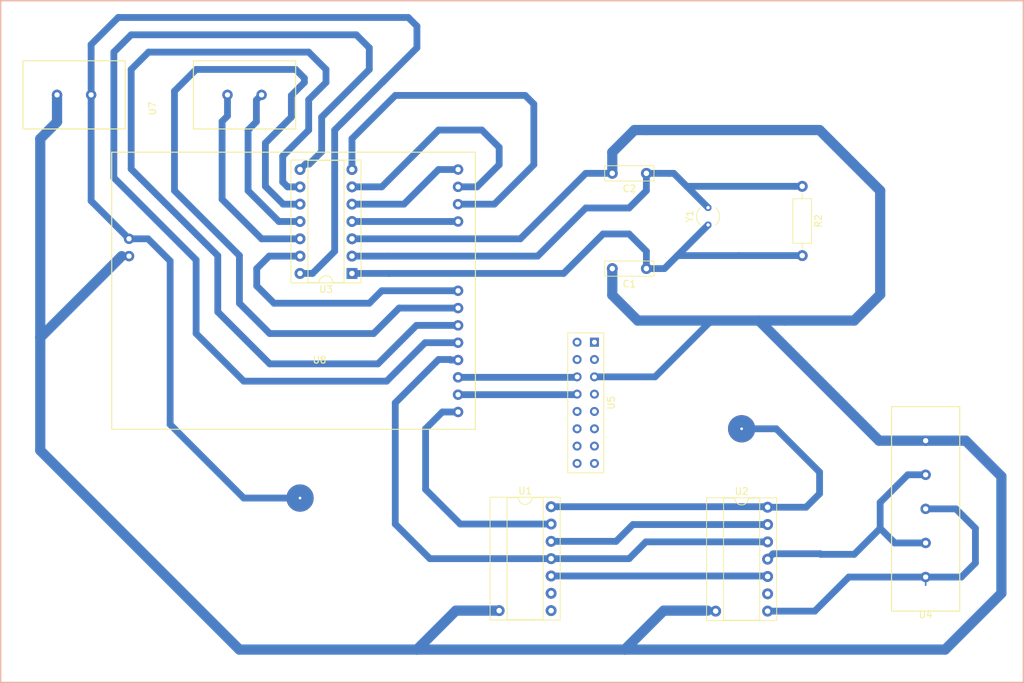
<source format=kicad_pcb>
(kicad_pcb (version 20171130) (host pcbnew "(5.0.0)")

  (general
    (thickness 1.6)
    (drawings 4)
    (tracks 226)
    (zones 0)
    (modules 11)
    (nets 23)
  )

  (page A4)
  (layers
    (0 F.Cu signal)
    (31 B.Cu signal)
    (32 B.Adhes user)
    (33 F.Adhes user)
    (34 B.Paste user)
    (35 F.Paste user)
    (36 B.SilkS user)
    (37 F.SilkS user)
    (38 B.Mask user)
    (39 F.Mask user)
    (40 Dwgs.User user)
    (41 Cmts.User user)
    (42 Eco1.User user)
    (43 Eco2.User user)
    (44 Edge.Cuts user)
    (45 Margin user)
    (46 B.CrtYd user)
    (47 F.CrtYd user)
    (48 B.Fab user)
    (49 F.Fab user)
  )

  (setup
    (last_trace_width 1)
    (trace_clearance 0.2)
    (zone_clearance 0.508)
    (zone_45_only no)
    (trace_min 0.2)
    (segment_width 0.2)
    (edge_width 0.15)
    (via_size 0.8)
    (via_drill 0.4)
    (via_min_size 0.4)
    (via_min_drill 0.3)
    (uvia_size 0.3)
    (uvia_drill 0.1)
    (uvias_allowed no)
    (uvia_min_size 0.2)
    (uvia_min_drill 0.1)
    (pcb_text_width 0.3)
    (pcb_text_size 1.5 1.5)
    (mod_edge_width 0.15)
    (mod_text_size 1 1)
    (mod_text_width 0.15)
    (pad_size 1.524 1.524)
    (pad_drill 0.762)
    (pad_to_mask_clearance 0.2)
    (aux_axis_origin 0 0)
    (visible_elements 7FFFFFFF)
    (pcbplotparams
      (layerselection 0x010fc_ffffffff)
      (usegerberextensions false)
      (usegerberattributes false)
      (usegerberadvancedattributes false)
      (creategerberjobfile false)
      (excludeedgelayer true)
      (linewidth 0.100000)
      (plotframeref false)
      (viasonmask false)
      (mode 1)
      (useauxorigin false)
      (hpglpennumber 1)
      (hpglpenspeed 20)
      (hpglpendiameter 15.000000)
      (psnegative false)
      (psa4output false)
      (plotreference true)
      (plotvalue true)
      (plotinvisibletext false)
      (padsonsilk false)
      (subtractmaskfromsilk false)
      (outputformat 1)
      (mirror false)
      (drillshape 0)
      (scaleselection 1)
      (outputdirectory "plots/"))
  )

  (net 0 "")
  (net 1 "Net-(U2-Pad8)")
  (net 2 GND)
  (net 3 /INDEX_1)
  (net 4 /A_J1)
  (net 5 /+5V)
  (net 6 /B_J1)
  (net 7 /SCK)
  (net 8 /MISO)
  (net 9 /MOSI)
  (net 10 /SS)
  (net 11 /ENABLE)
  (net 12 /ELB2)
  (net 13 /ELB1)
  (net 14 /EN_1)
  (net 15 /MOTOR)
  (net 16 /DFLAG_1)
  (net 17 /LFLAG_1)
  (net 18 "Net-(C2-Pad1)")
  (net 19 "Net-(C1-Pad1)")
  (net 20 "Net-(U1-Pad12)")
  (net 21 "Net-(U2-Pad11)")
  (net 22 "Net-(U1-Pad10)")

  (net_class Default "This is the default net class."
    (clearance 0.2)
    (trace_width 1)
    (via_dia 0.8)
    (via_drill 0.4)
    (uvia_dia 0.3)
    (uvia_drill 0.1)
    (add_net /+5V)
    (add_net /A_J1)
    (add_net /B_J1)
    (add_net /DFLAG_1)
    (add_net /ELB1)
    (add_net /ELB2)
    (add_net /ENABLE)
    (add_net /EN_1)
    (add_net /INDEX_1)
    (add_net /LFLAG_1)
    (add_net /MISO)
    (add_net /MOSI)
    (add_net /MOTOR)
    (add_net /SCK)
    (add_net /SS)
    (add_net GND)
    (add_net "Net-(C1-Pad1)")
    (add_net "Net-(C2-Pad1)")
    (add_net "Net-(U1-Pad10)")
    (add_net "Net-(U1-Pad12)")
    (add_net "Net-(U2-Pad11)")
    (add_net "Net-(U2-Pad8)")
  )

  (module Resistor_THT:R_Axial_DIN0207_L6.3mm_D2.5mm_P10.16mm_Horizontal (layer F.Cu) (tedit 5AE5139B) (tstamp 5C11DF3D)
    (at 202.565 62.23 270)
    (descr "Resistor, Axial_DIN0207 series, Axial, Horizontal, pin pitch=10.16mm, 0.25W = 1/4W, length*diameter=6.3*2.5mm^2, http://cdn-reichelt.de/documents/datenblatt/B400/1_4W%23YAG.pdf")
    (tags "Resistor Axial_DIN0207 series Axial Horizontal pin pitch 10.16mm 0.25W = 1/4W length 6.3mm diameter 2.5mm")
    (path /5BC026B2)
    (fp_text reference R2 (at 5.08 -2.37 270) (layer F.SilkS)
      (effects (font (size 1 1) (thickness 0.15)))
    )
    (fp_text value 1M (at 5.08 2.37 270) (layer F.Fab)
      (effects (font (size 1 1) (thickness 0.15)))
    )
    (fp_line (start 1.93 -1.25) (end 1.93 1.25) (layer F.Fab) (width 0.1))
    (fp_line (start 1.93 1.25) (end 8.23 1.25) (layer F.Fab) (width 0.1))
    (fp_line (start 8.23 1.25) (end 8.23 -1.25) (layer F.Fab) (width 0.1))
    (fp_line (start 8.23 -1.25) (end 1.93 -1.25) (layer F.Fab) (width 0.1))
    (fp_line (start 0 0) (end 1.93 0) (layer F.Fab) (width 0.1))
    (fp_line (start 10.16 0) (end 8.23 0) (layer F.Fab) (width 0.1))
    (fp_line (start 1.81 -1.37) (end 1.81 1.37) (layer F.SilkS) (width 0.12))
    (fp_line (start 1.81 1.37) (end 8.35 1.37) (layer F.SilkS) (width 0.12))
    (fp_line (start 8.35 1.37) (end 8.35 -1.37) (layer F.SilkS) (width 0.12))
    (fp_line (start 8.35 -1.37) (end 1.81 -1.37) (layer F.SilkS) (width 0.12))
    (fp_line (start 1.04 0) (end 1.81 0) (layer F.SilkS) (width 0.12))
    (fp_line (start 9.12 0) (end 8.35 0) (layer F.SilkS) (width 0.12))
    (fp_line (start -1.05 -1.5) (end -1.05 1.5) (layer F.CrtYd) (width 0.05))
    (fp_line (start -1.05 1.5) (end 11.21 1.5) (layer F.CrtYd) (width 0.05))
    (fp_line (start 11.21 1.5) (end 11.21 -1.5) (layer F.CrtYd) (width 0.05))
    (fp_line (start 11.21 -1.5) (end -1.05 -1.5) (layer F.CrtYd) (width 0.05))
    (fp_text user %R (at 5.08 0 270) (layer F.Fab)
      (effects (font (size 1 1) (thickness 0.15)))
    )
    (pad 1 thru_hole circle (at 0 0 270) (size 1.6 1.6) (drill 0.8) (layers *.Cu *.Mask)
      (net 18 "Net-(C2-Pad1)"))
    (pad 2 thru_hole oval (at 10.16 0 270) (size 1.6 1.6) (drill 0.8) (layers *.Cu *.Mask)
      (net 19 "Net-(C1-Pad1)"))
    (model ${KISYS3DMOD}/Resistor_THT.3dshapes/R_Axial_DIN0207_L6.3mm_D2.5mm_P10.16mm_Horizontal.wrl
      (at (xyz 0 0 0))
      (scale (xyz 1 1 1))
      (rotate (xyz 0 0 0))
    )
  )

  (module Capacitor_THT:C_Rect_L7.0mm_W2.0mm_P5.00mm (layer F.Cu) (tedit 5AE50EF0) (tstamp 5C11CF9A)
    (at 179.705 60.325 180)
    (descr "C, Rect series, Radial, pin pitch=5.00mm, , length*width=7*2mm^2, Capacitor")
    (tags "C Rect series Radial pin pitch 5.00mm  length 7mm width 2mm Capacitor")
    (path /5BC196FF)
    (fp_text reference C2 (at 2.5 -2.25 180) (layer F.SilkS)
      (effects (font (size 1 1) (thickness 0.15)))
    )
    (fp_text value 22pF (at 2.5 2.25 180) (layer F.Fab)
      (effects (font (size 1 1) (thickness 0.15)))
    )
    (fp_text user %R (at 2.5 0 180) (layer F.Fab)
      (effects (font (size 1 1) (thickness 0.15)))
    )
    (fp_line (start 6.25 -1.25) (end -1.25 -1.25) (layer F.CrtYd) (width 0.05))
    (fp_line (start 6.25 1.25) (end 6.25 -1.25) (layer F.CrtYd) (width 0.05))
    (fp_line (start -1.25 1.25) (end 6.25 1.25) (layer F.CrtYd) (width 0.05))
    (fp_line (start -1.25 -1.25) (end -1.25 1.25) (layer F.CrtYd) (width 0.05))
    (fp_line (start 6.12 -1.12) (end 6.12 1.12) (layer F.SilkS) (width 0.12))
    (fp_line (start -1.12 -1.12) (end -1.12 1.12) (layer F.SilkS) (width 0.12))
    (fp_line (start -1.12 1.12) (end 6.12 1.12) (layer F.SilkS) (width 0.12))
    (fp_line (start -1.12 -1.12) (end 6.12 -1.12) (layer F.SilkS) (width 0.12))
    (fp_line (start 6 -1) (end -1 -1) (layer F.Fab) (width 0.1))
    (fp_line (start 6 1) (end 6 -1) (layer F.Fab) (width 0.1))
    (fp_line (start -1 1) (end 6 1) (layer F.Fab) (width 0.1))
    (fp_line (start -1 -1) (end -1 1) (layer F.Fab) (width 0.1))
    (pad 2 thru_hole circle (at 5 0 180) (size 1.6 1.6) (drill 0.8) (layers *.Cu *.Mask)
      (net 2 GND))
    (pad 1 thru_hole circle (at 0 0 180) (size 1.6 1.6) (drill 0.8) (layers *.Cu *.Mask)
      (net 18 "Net-(C2-Pad1)"))
    (model ${KISYS3DMOD}/Capacitor_THT.3dshapes/C_Rect_L7.0mm_W2.0mm_P5.00mm.wrl
      (at (xyz 0 0 0))
      (scale (xyz 1 1 1))
      (rotate (xyz 0 0 0))
    )
  )

  (module Capacitor_THT:C_Rect_L7.0mm_W2.0mm_P5.00mm (layer F.Cu) (tedit 5AE50EF0) (tstamp 5C11CF88)
    (at 179.705 74.295 180)
    (descr "C, Rect series, Radial, pin pitch=5.00mm, , length*width=7*2mm^2, Capacitor")
    (tags "C Rect series Radial pin pitch 5.00mm  length 7mm width 2mm Capacitor")
    (path /5BC13B83)
    (fp_text reference C1 (at 2.5 -2.25 180) (layer F.SilkS)
      (effects (font (size 1 1) (thickness 0.15)))
    )
    (fp_text value 22pF (at 2.5 2.25 180) (layer F.Fab)
      (effects (font (size 1 1) (thickness 0.15)))
    )
    (fp_line (start -1 -1) (end -1 1) (layer F.Fab) (width 0.1))
    (fp_line (start -1 1) (end 6 1) (layer F.Fab) (width 0.1))
    (fp_line (start 6 1) (end 6 -1) (layer F.Fab) (width 0.1))
    (fp_line (start 6 -1) (end -1 -1) (layer F.Fab) (width 0.1))
    (fp_line (start -1.12 -1.12) (end 6.12 -1.12) (layer F.SilkS) (width 0.12))
    (fp_line (start -1.12 1.12) (end 6.12 1.12) (layer F.SilkS) (width 0.12))
    (fp_line (start -1.12 -1.12) (end -1.12 1.12) (layer F.SilkS) (width 0.12))
    (fp_line (start 6.12 -1.12) (end 6.12 1.12) (layer F.SilkS) (width 0.12))
    (fp_line (start -1.25 -1.25) (end -1.25 1.25) (layer F.CrtYd) (width 0.05))
    (fp_line (start -1.25 1.25) (end 6.25 1.25) (layer F.CrtYd) (width 0.05))
    (fp_line (start 6.25 1.25) (end 6.25 -1.25) (layer F.CrtYd) (width 0.05))
    (fp_line (start 6.25 -1.25) (end -1.25 -1.25) (layer F.CrtYd) (width 0.05))
    (fp_text user %R (at 2.5 0 180) (layer F.Fab)
      (effects (font (size 1 1) (thickness 0.15)))
    )
    (pad 1 thru_hole circle (at 0 0 180) (size 1.6 1.6) (drill 0.8) (layers *.Cu *.Mask)
      (net 19 "Net-(C1-Pad1)"))
    (pad 2 thru_hole circle (at 5 0 180) (size 1.6 1.6) (drill 0.8) (layers *.Cu *.Mask)
      (net 2 GND))
    (model ${KISYS3DMOD}/Capacitor_THT.3dshapes/C_Rect_L7.0mm_W2.0mm_P5.00mm.wrl
      (at (xyz 0 0 0))
      (scale (xyz 1 1 1))
      (rotate (xyz 0 0 0))
    )
  )

  (module Crystal:Crystal_AT310_D3.0mm_L10.0mm_Vertical (layer F.Cu) (tedit 5A0FD1B2) (tstamp 5C11CF3A)
    (at 188.755 67.895 90)
    (descr "Crystal THT AT310 10.0mm-10.5mm length 3.0mm diameter")
    (tags ['AT310'])
    (path /5BC00BEE)
    (fp_text reference Y1 (at 1.27 -2.7 90) (layer F.SilkS)
      (effects (font (size 1 1) (thickness 0.15)))
    )
    (fp_text value 30MHz (at 1.27 2.7 90) (layer F.Fab)
      (effects (font (size 1 1) (thickness 0.15)))
    )
    (fp_text user %R (at 1.27 0 90) (layer F.Fab)
      (effects (font (size 0.8 0.8) (thickness 0.12)))
    )
    (fp_circle (center 1.27 0) (end 2.77 0) (layer F.Fab) (width 0.1))
    (fp_circle (center 1.27 0) (end 3.29 0) (layer F.CrtYd) (width 0.05))
    (fp_arc (start 1.27 0) (end 0 -1.130088) (angle 96.7) (layer F.SilkS) (width 0.12))
    (fp_arc (start 1.27 0) (end 0 1.130088) (angle -96.7) (layer F.SilkS) (width 0.12))
    (pad 1 thru_hole circle (at 0 0 90) (size 1 1) (drill 0.5) (layers *.Cu *.Mask)
      (net 19 "Net-(C1-Pad1)"))
    (pad 2 thru_hole circle (at 2.54 0 90) (size 1 1) (drill 0.5) (layers *.Cu *.Mask)
      (net 18 "Net-(C2-Pad1)"))
    (model ${KISYS3DMOD}/Crystal.3dshapes/Crystal_AT310_D3.0mm_L10.0mm_Vertical.wrl
      (at (xyz 0 0 0))
      (scale (xyz 1 1 1))
      (rotate (xyz 0 0 0))
    )
  )

  (module lib_footprint:DIP-14_W7.62mm_Socket (layer F.Cu) (tedit 5C0FFCB2) (tstamp 5C115E74)
    (at 158.115 109.22)
    (descr "14-lead though-hole mounted DIP package, row spacing 7.62 mm (300 mils), Socket")
    (tags "THT DIP DIL PDIP 2.54mm 7.62mm 300mil Socket")
    (path /5C0D6561)
    (fp_text reference U1 (at 3.81 -2.33) (layer F.SilkS)
      (effects (font (size 1 1) (thickness 0.15)))
    )
    (fp_text value 74LS04 (at 3.81 17.57) (layer F.Fab)
      (effects (font (size 1 1) (thickness 0.15)))
    )
    (fp_arc (start 3.81 -1.33) (end 2.81 -1.33) (angle -180) (layer F.SilkS) (width 0.12))
    (fp_line (start 1.635 -1.27) (end 6.985 -1.27) (layer F.Fab) (width 0.1))
    (fp_line (start 6.985 -1.27) (end 6.985 16.51) (layer F.Fab) (width 0.1))
    (fp_line (start 6.985 16.51) (end 0.635 16.51) (layer F.Fab) (width 0.1))
    (fp_line (start 0.635 16.51) (end 0.635 -0.27) (layer F.Fab) (width 0.1))
    (fp_line (start 0.635 -0.27) (end 1.635 -1.27) (layer F.Fab) (width 0.1))
    (fp_line (start -1.27 -1.33) (end -1.27 16.57) (layer F.Fab) (width 0.1))
    (fp_line (start -1.27 16.57) (end 8.89 16.57) (layer F.Fab) (width 0.1))
    (fp_line (start 8.89 16.57) (end 8.89 -1.33) (layer F.Fab) (width 0.1))
    (fp_line (start 8.89 -1.33) (end -1.27 -1.33) (layer F.Fab) (width 0.1))
    (fp_line (start 2.81 -1.33) (end 1.16 -1.33) (layer F.SilkS) (width 0.12))
    (fp_line (start 1.16 -1.33) (end 1.16 16.57) (layer F.SilkS) (width 0.12))
    (fp_line (start 1.16 16.57) (end 6.46 16.57) (layer F.SilkS) (width 0.12))
    (fp_line (start 6.46 16.57) (end 6.46 -1.33) (layer F.SilkS) (width 0.12))
    (fp_line (start 6.46 -1.33) (end 4.81 -1.33) (layer F.SilkS) (width 0.12))
    (fp_line (start -1.33 -1.39) (end -1.33 16.63) (layer F.SilkS) (width 0.12))
    (fp_line (start -1.33 16.63) (end 8.95 16.63) (layer F.SilkS) (width 0.12))
    (fp_line (start 8.95 16.63) (end 8.95 -1.39) (layer F.SilkS) (width 0.12))
    (fp_line (start 8.95 -1.39) (end -1.33 -1.39) (layer F.SilkS) (width 0.12))
    (fp_line (start -1.55 -1.6) (end -1.55 16.85) (layer F.CrtYd) (width 0.05))
    (fp_line (start -1.55 16.85) (end 9.15 16.85) (layer F.CrtYd) (width 0.05))
    (fp_line (start 9.15 16.85) (end 9.15 -1.6) (layer F.CrtYd) (width 0.05))
    (fp_line (start 9.15 -1.6) (end -1.55 -1.6) (layer F.CrtYd) (width 0.05))
    (fp_text user %R (at 3.81 7.62) (layer F.Fab)
      (effects (font (size 1 1) (thickness 0.15)))
    )
    (pad 8 thru_hole oval (at 7.62 15.24) (size 1.6 1.6) (drill 0.8) (layers *.Cu *.Mask))
    (pad 9 thru_hole oval (at 7.62 12.7) (size 1.6 1.6) (drill 0.8) (layers *.Cu *.Mask))
    (pad 10 thru_hole oval (at 7.62 10.16) (size 1.6 1.6) (drill 0.8) (layers *.Cu *.Mask)
      (net 22 "Net-(U1-Pad10)"))
    (pad 11 thru_hole oval (at 7.62 7.62) (size 1.6 1.6) (drill 0.8) (layers *.Cu *.Mask)
      (net 15 /MOTOR))
    (pad 12 thru_hole oval (at 7.62 5.08) (size 1.6 1.6) (drill 0.8) (layers *.Cu *.Mask)
      (net 20 "Net-(U1-Pad12)"))
    (pad 13 thru_hole oval (at 7.62 2.54) (size 1.6 1.6) (drill 0.8) (layers *.Cu *.Mask)
      (net 11 /ENABLE))
    (pad 7 thru_hole oval (at 0 15.24) (size 1.6 1.6) (drill 0.8) (layers *.Cu *.Mask)
      (net 2 GND))
    (pad 14 thru_hole oval (at 7.62 0) (size 1.6 1.6) (drill 0.8) (layers *.Cu *.Mask)
      (net 5 /+5V))
    (model ${KISYS3DMOD}/Package_DIP.3dshapes/DIP-14_W7.62mm_Socket.wrl
      (at (xyz 0 0 0))
      (scale (xyz 1 1 1))
      (rotate (xyz 0 0 0))
    )
  )

  (module lib_footprint:galileo (layer F.Cu) (tedit 5C0D6A86) (tstamp 5C115BD8)
    (at 149.545 97.865)
    (path /5C1E0A89)
    (fp_text reference U8 (at -17.78 -10.16) (layer F.SilkS)
      (effects (font (size 1 1) (thickness 0.15)))
    )
    (fp_text value GalileoGen2Shield (at -17.78 -12.7) (layer F.Fab)
      (effects (font (size 1 1) (thickness 0.15)))
    )
    (fp_line (start 5.08 0) (end 5.08 -40.64) (layer F.SilkS) (width 0.15))
    (fp_line (start -48.26 0) (end 5.08 0) (layer F.SilkS) (width 0.15))
    (fp_line (start -48.26 -40.64) (end -48.26 0) (layer F.SilkS) (width 0.15))
    (fp_line (start 5.08 -40.64) (end -48.26 -40.64) (layer F.SilkS) (width 0.15))
    (pad 28 thru_hole circle (at -45.72 -27.94) (size 1.524 1.524) (drill 0.762) (layers *.Cu *.Mask)
      (net 5 /+5V))
    (pad 27 thru_hole circle (at -45.72 -25.4) (size 1.524 1.524) (drill 0.762) (layers *.Cu *.Mask)
      (net 2 GND))
    (pad 14 thru_hole circle (at 2.54 -38.1) (size 1.524 1.524) (drill 0.762) (layers *.Cu *.Mask)
      (net 7 /SCK))
    (pad 13 thru_hole circle (at 2.54 -35.56) (size 1.524 1.524) (drill 0.762) (layers *.Cu *.Mask)
      (net 8 /MISO))
    (pad 12 thru_hole circle (at 2.54 -33.02) (size 1.524 1.524) (drill 0.762) (layers *.Cu *.Mask)
      (net 9 /MOSI))
    (pad 11 thru_hole circle (at 2.54 -30.48) (size 1.524 1.524) (drill 0.762) (layers *.Cu *.Mask)
      (net 10 /SS))
    (pad 8 thru_hole circle (at 2.54 -20.32) (size 1.524 1.524) (drill 0.762) (layers *.Cu *.Mask)
      (net 14 /EN_1))
    (pad 7 thru_hole circle (at 2.54 -17.78) (size 1.524 1.524) (drill 0.762) (layers *.Cu *.Mask)
      (net 3 /INDEX_1))
    (pad 6 thru_hole circle (at 2.54 -15.24) (size 1.524 1.524) (drill 0.762) (layers *.Cu *.Mask)
      (net 16 /DFLAG_1))
    (pad 5 thru_hole circle (at 2.54 -12.7) (size 1.524 1.524) (drill 0.762) (layers *.Cu *.Mask)
      (net 17 /LFLAG_1))
    (pad 4 thru_hole circle (at 2.54 -10.16) (size 1.524 1.524) (drill 0.762) (layers *.Cu *.Mask)
      (net 15 /MOTOR))
    (pad 3 thru_hole circle (at 2.54 -7.62) (size 1.524 1.524) (drill 0.762) (layers *.Cu *.Mask)
      (net 13 /ELB1))
    (pad 2 thru_hole circle (at 2.54 -5.08) (size 1.524 1.524) (drill 0.762) (layers *.Cu *.Mask)
      (net 12 /ELB2))
    (pad 1 thru_hole circle (at 2.54 -2.54) (size 1.524 1.524) (drill 0.762) (layers *.Cu *.Mask)
      (net 11 /ENABLE))
  )

  (module Package_DIP:DIP-14_W7.62mm_Socket (layer F.Cu) (tedit 5A02E8C5) (tstamp 5C115C2B)
    (at 136.525 75.005 180)
    (descr "14-lead though-hole mounted DIP package, row spacing 7.62 mm (300 mils), Socket")
    (tags "THT DIP DIL PDIP 2.54mm 7.62mm 300mil Socket")
    (path /5BE9471B)
    (fp_text reference U3 (at 3.81 -2.33 180) (layer F.SilkS)
      (effects (font (size 1 1) (thickness 0.15)))
    )
    (fp_text value LS7366R (at 3.81 17.57 180) (layer F.Fab)
      (effects (font (size 1 1) (thickness 0.15)))
    )
    (fp_arc (start 3.81 -1.33) (end 2.81 -1.33) (angle -180) (layer F.SilkS) (width 0.12))
    (fp_line (start 1.635 -1.27) (end 6.985 -1.27) (layer F.Fab) (width 0.1))
    (fp_line (start 6.985 -1.27) (end 6.985 16.51) (layer F.Fab) (width 0.1))
    (fp_line (start 6.985 16.51) (end 0.635 16.51) (layer F.Fab) (width 0.1))
    (fp_line (start 0.635 16.51) (end 0.635 -0.27) (layer F.Fab) (width 0.1))
    (fp_line (start 0.635 -0.27) (end 1.635 -1.27) (layer F.Fab) (width 0.1))
    (fp_line (start -1.27 -1.33) (end -1.27 16.57) (layer F.Fab) (width 0.1))
    (fp_line (start -1.27 16.57) (end 8.89 16.57) (layer F.Fab) (width 0.1))
    (fp_line (start 8.89 16.57) (end 8.89 -1.33) (layer F.Fab) (width 0.1))
    (fp_line (start 8.89 -1.33) (end -1.27 -1.33) (layer F.Fab) (width 0.1))
    (fp_line (start 2.81 -1.33) (end 1.16 -1.33) (layer F.SilkS) (width 0.12))
    (fp_line (start 1.16 -1.33) (end 1.16 16.57) (layer F.SilkS) (width 0.12))
    (fp_line (start 1.16 16.57) (end 6.46 16.57) (layer F.SilkS) (width 0.12))
    (fp_line (start 6.46 16.57) (end 6.46 -1.33) (layer F.SilkS) (width 0.12))
    (fp_line (start 6.46 -1.33) (end 4.81 -1.33) (layer F.SilkS) (width 0.12))
    (fp_line (start -1.33 -1.39) (end -1.33 16.63) (layer F.SilkS) (width 0.12))
    (fp_line (start -1.33 16.63) (end 8.95 16.63) (layer F.SilkS) (width 0.12))
    (fp_line (start 8.95 16.63) (end 8.95 -1.39) (layer F.SilkS) (width 0.12))
    (fp_line (start 8.95 -1.39) (end -1.33 -1.39) (layer F.SilkS) (width 0.12))
    (fp_line (start -1.55 -1.6) (end -1.55 16.85) (layer F.CrtYd) (width 0.05))
    (fp_line (start -1.55 16.85) (end 9.15 16.85) (layer F.CrtYd) (width 0.05))
    (fp_line (start 9.15 16.85) (end 9.15 -1.6) (layer F.CrtYd) (width 0.05))
    (fp_line (start 9.15 -1.6) (end -1.55 -1.6) (layer F.CrtYd) (width 0.05))
    (fp_text user %R (at 3.81 7.62 180) (layer F.Fab)
      (effects (font (size 1 1) (thickness 0.15)))
    )
    (pad 1 thru_hole rect (at 0 0 180) (size 1.6 1.6) (drill 0.8) (layers *.Cu *.Mask)
      (net 19 "Net-(C1-Pad1)"))
    (pad 8 thru_hole oval (at 7.62 15.24 180) (size 1.6 1.6) (drill 0.8) (layers *.Cu *.Mask)
      (net 17 /LFLAG_1))
    (pad 2 thru_hole oval (at 0 2.54 180) (size 1.6 1.6) (drill 0.8) (layers *.Cu *.Mask)
      (net 18 "Net-(C2-Pad1)"))
    (pad 9 thru_hole oval (at 7.62 12.7 180) (size 1.6 1.6) (drill 0.8) (layers *.Cu *.Mask)
      (net 16 /DFLAG_1))
    (pad 3 thru_hole oval (at 0 5.08 180) (size 1.6 1.6) (drill 0.8) (layers *.Cu *.Mask)
      (net 2 GND))
    (pad 10 thru_hole oval (at 7.62 10.16 180) (size 1.6 1.6) (drill 0.8) (layers *.Cu *.Mask)
      (net 3 /INDEX_1))
    (pad 4 thru_hole oval (at 0 7.62 180) (size 1.6 1.6) (drill 0.8) (layers *.Cu *.Mask)
      (net 10 /SS))
    (pad 11 thru_hole oval (at 7.62 7.62 180) (size 1.6 1.6) (drill 0.8) (layers *.Cu *.Mask)
      (net 6 /B_J1))
    (pad 5 thru_hole oval (at 0 10.16 180) (size 1.6 1.6) (drill 0.8) (layers *.Cu *.Mask)
      (net 7 /SCK))
    (pad 12 thru_hole oval (at 7.62 5.08 180) (size 1.6 1.6) (drill 0.8) (layers *.Cu *.Mask)
      (net 4 /A_J1))
    (pad 6 thru_hole oval (at 0 12.7 180) (size 1.6 1.6) (drill 0.8) (layers *.Cu *.Mask)
      (net 8 /MISO))
    (pad 13 thru_hole oval (at 7.62 2.54 180) (size 1.6 1.6) (drill 0.8) (layers *.Cu *.Mask)
      (net 14 /EN_1))
    (pad 7 thru_hole oval (at 0 15.24 180) (size 1.6 1.6) (drill 0.8) (layers *.Cu *.Mask)
      (net 9 /MOSI))
    (pad 14 thru_hole oval (at 7.62 0 180) (size 1.6 1.6) (drill 0.8) (layers *.Cu *.Mask)
      (net 5 /+5V))
    (model ${KISYS3DMOD}/Package_DIP.3dshapes/DIP-14_W7.62mm_Socket.wrl
      (at (xyz 0 0 0))
      (scale (xyz 1 1 1))
      (rotate (xyz 0 0 0))
    )
  )

  (module lib_footprint:krex4 (layer F.Cu) (tedit 5C1003C6) (tstamp 5C115ECA)
    (at 88.265 43.815 270)
    (path /5BE9941A)
    (fp_text reference U7 (at 7 -19 270) (layer F.SilkS)
      (effects (font (size 1 1) (thickness 0.15)))
    )
    (fp_text value MotorEncoder (at 7 -22 270) (layer F.Fab)
      (effects (font (size 1 1) (thickness 0.15)))
    )
    (fp_line (start 10 0) (end 0 0) (layer F.SilkS) (width 0.15))
    (fp_line (start 0 0) (end 0 -15) (layer F.SilkS) (width 0.15))
    (fp_line (start 0 -15) (end 10 -15) (layer F.SilkS) (width 0.15))
    (fp_line (start 10 -15) (end 10 0) (layer F.SilkS) (width 0.15))
    (fp_line (start 10 0) (end 10 -15) (layer F.SilkS) (width 0.15))
    (fp_line (start 0 -25) (end 10 -25) (layer F.SilkS) (width 0.15))
    (fp_line (start 10 -25) (end 10 -40) (layer F.SilkS) (width 0.15))
    (fp_line (start 10 -40) (end 0 -40) (layer F.SilkS) (width 0.15))
    (fp_line (start 0 -40) (end 0 -25) (layer F.SilkS) (width 0.15))
    (pad 1 thru_hole circle (at 5 -5 270) (size 1.524 1.524) (drill 0.762) (layers *.Cu *.Mask)
      (net 2 GND))
    (pad 2 thru_hole circle (at 5 -10 270) (size 1.524 1.524) (drill 0.762) (layers *.Cu *.Mask)
      (net 5 /+5V))
    (pad 3 thru_hole circle (at 5 -30 270) (size 1.524 1.524) (drill 0.762) (layers *.Cu *.Mask)
      (net 4 /A_J1))
    (pad 4 thru_hole circle (at 5 -35 270) (size 1.524 1.524) (drill 0.762) (layers *.Cu *.Mask)
      (net 6 /B_J1))
  )

  (module lib_footprint:DIP-14_W7.62mm_Socket (layer F.Cu) (tedit 5C0FFCB2) (tstamp 5C115F25)
    (at 189.865 109.295)
    (descr "14-lead though-hole mounted DIP package, row spacing 7.62 mm (300 mils), Socket")
    (tags "THT DIP DIL PDIP 2.54mm 7.62mm 300mil Socket")
    (path /5C0D631F)
    (fp_text reference U2 (at 3.81 -2.33) (layer F.SilkS)
      (effects (font (size 1 1) (thickness 0.15)))
    )
    (fp_text value 74LS08 (at 3.81 17.57) (layer F.Fab)
      (effects (font (size 1 1) (thickness 0.15)))
    )
    (fp_arc (start 3.81 -1.33) (end 2.81 -1.33) (angle -180) (layer F.SilkS) (width 0.12))
    (fp_line (start 1.635 -1.27) (end 6.985 -1.27) (layer F.Fab) (width 0.1))
    (fp_line (start 6.985 -1.27) (end 6.985 16.51) (layer F.Fab) (width 0.1))
    (fp_line (start 6.985 16.51) (end 0.635 16.51) (layer F.Fab) (width 0.1))
    (fp_line (start 0.635 16.51) (end 0.635 -0.27) (layer F.Fab) (width 0.1))
    (fp_line (start 0.635 -0.27) (end 1.635 -1.27) (layer F.Fab) (width 0.1))
    (fp_line (start -1.27 -1.33) (end -1.27 16.57) (layer F.Fab) (width 0.1))
    (fp_line (start -1.27 16.57) (end 8.89 16.57) (layer F.Fab) (width 0.1))
    (fp_line (start 8.89 16.57) (end 8.89 -1.33) (layer F.Fab) (width 0.1))
    (fp_line (start 8.89 -1.33) (end -1.27 -1.33) (layer F.Fab) (width 0.1))
    (fp_line (start 2.81 -1.33) (end 1.16 -1.33) (layer F.SilkS) (width 0.12))
    (fp_line (start 1.16 -1.33) (end 1.16 16.57) (layer F.SilkS) (width 0.12))
    (fp_line (start 1.16 16.57) (end 6.46 16.57) (layer F.SilkS) (width 0.12))
    (fp_line (start 6.46 16.57) (end 6.46 -1.33) (layer F.SilkS) (width 0.12))
    (fp_line (start 6.46 -1.33) (end 4.81 -1.33) (layer F.SilkS) (width 0.12))
    (fp_line (start -1.33 -1.39) (end -1.33 16.63) (layer F.SilkS) (width 0.12))
    (fp_line (start -1.33 16.63) (end 8.95 16.63) (layer F.SilkS) (width 0.12))
    (fp_line (start 8.95 16.63) (end 8.95 -1.39) (layer F.SilkS) (width 0.12))
    (fp_line (start 8.95 -1.39) (end -1.33 -1.39) (layer F.SilkS) (width 0.12))
    (fp_line (start -1.55 -1.6) (end -1.55 16.85) (layer F.CrtYd) (width 0.05))
    (fp_line (start -1.55 16.85) (end 9.15 16.85) (layer F.CrtYd) (width 0.05))
    (fp_line (start 9.15 16.85) (end 9.15 -1.6) (layer F.CrtYd) (width 0.05))
    (fp_line (start 9.15 -1.6) (end -1.55 -1.6) (layer F.CrtYd) (width 0.05))
    (fp_text user %R (at 3.81 7.62) (layer F.Fab)
      (effects (font (size 1 1) (thickness 0.15)))
    )
    (pad 8 thru_hole oval (at 7.62 15.24) (size 1.6 1.6) (drill 0.8) (layers *.Cu *.Mask)
      (net 1 "Net-(U2-Pad8)"))
    (pad 9 thru_hole oval (at 7.62 12.7) (size 1.6 1.6) (drill 0.8) (layers *.Cu *.Mask)
      (net 20 "Net-(U1-Pad12)"))
    (pad 10 thru_hole oval (at 7.62 10.16) (size 1.6 1.6) (drill 0.8) (layers *.Cu *.Mask)
      (net 22 "Net-(U1-Pad10)"))
    (pad 11 thru_hole oval (at 7.62 7.62) (size 1.6 1.6) (drill 0.8) (layers *.Cu *.Mask)
      (net 21 "Net-(U2-Pad11)"))
    (pad 12 thru_hole oval (at 7.62 5.08) (size 1.6 1.6) (drill 0.8) (layers *.Cu *.Mask)
      (net 15 /MOTOR))
    (pad 13 thru_hole oval (at 7.62 2.54) (size 1.6 1.6) (drill 0.8) (layers *.Cu *.Mask)
      (net 20 "Net-(U1-Pad12)"))
    (pad 7 thru_hole oval (at 0 15.24) (size 1.6 1.6) (drill 0.8) (layers *.Cu *.Mask)
      (net 2 GND))
    (pad 14 thru_hole oval (at 7.62 0) (size 1.6 1.6) (drill 0.8) (layers *.Cu *.Mask)
      (net 5 /+5V))
    (model ${KISYS3DMOD}/Package_DIP.3dshapes/DIP-14_W7.62mm_Socket.wrl
      (at (xyz 0 0 0))
      (scale (xyz 1 1 1))
      (rotate (xyz 0 0 0))
    )
  )

  (module lib_footprint:krex5 (layer F.Cu) (tedit 5C0FE7AF) (tstamp 5C115C89)
    (at 220.665 124.535)
    (path /5C1022A8)
    (fp_text reference U4 (at 0 0.5) (layer F.SilkS)
      (effects (font (size 1 1) (thickness 0.15)))
    )
    (fp_text value L298N_2 (at 0 -0.5) (layer F.Fab)
      (effects (font (size 1 1) (thickness 0.15)))
    )
    (fp_line (start 5 -30) (end 5 0) (layer F.SilkS) (width 0.15))
    (fp_line (start 5 0) (end -5 0) (layer F.SilkS) (width 0.15))
    (fp_line (start -5 0) (end -5 -30) (layer F.SilkS) (width 0.15))
    (fp_line (start -5 -30) (end 5 -30) (layer F.SilkS) (width 0.15))
    (pad 1 thru_hole circle (at 0 -5) (size 1.524 1.524) (drill 0.762) (layers *.Cu *.Mask)
      (net 1 "Net-(U2-Pad8)"))
    (pad 2 thru_hole circle (at 0 -10) (size 1.524 1.524) (drill 0.762) (layers *.Cu *.Mask)
      (net 21 "Net-(U2-Pad11)"))
    (pad 3 thru_hole circle (at 0 -15) (size 1.524 1.524) (drill 0.762) (layers *.Cu *.Mask)
      (net 1 "Net-(U2-Pad8)"))
    (pad 4 thru_hole circle (at 0 -20) (size 1.524 1.524) (drill 0.762) (layers *.Cu *.Mask)
      (net 21 "Net-(U2-Pad11)"))
    (pad 6 thru_hole circle (at 0 -25) (size 1.524 1.524) (drill 0.762) (layers *.Cu *.Mask)
      (net 2 GND))
  )

  (module Connector_Samtec_HLE_THT:Samtec_HLE-116-02-xx-DV-TE_2x08_P2.54mm_Horizontal (layer F.Cu) (tedit 5A369BF0) (tstamp 5C115D3B)
    (at 172.085 85.09 270)
    (descr "Samtec HLE .100\" Tiger Beam Cost-effective Single Beam Socket Strip, HLE-116-02-xx-DV-TE, 8 Pins per row (http://suddendocs.samtec.com/prints/hle-1xx-02-xx-dv-xe-xx-mkt.pdf, http://suddendocs.samtec.com/prints/hle-thru.pdf), generated with kicad-footprint-generator")
    (tags "connector Samtec  top entry")
    (path /5BF0B2F5)
    (fp_text reference U5 (at 8.89 -2.47 270) (layer F.SilkS)
      (effects (font (size 1 1) (thickness 0.15)))
    )
    (fp_text value end (at 8.89 5.01 270) (layer F.Fab)
      (effects (font (size 1 1) (thickness 0.15)))
    )
    (fp_line (start -1.27 -1.27) (end 19.05 -1.27) (layer F.Fab) (width 0.1))
    (fp_line (start 19.05 -1.27) (end 19.05 3.81) (layer F.Fab) (width 0.1))
    (fp_line (start 19.05 3.81) (end -1.27 3.81) (layer F.Fab) (width 0.1))
    (fp_line (start -1.27 3.81) (end -1.27 -1.27) (layer F.Fab) (width 0.1))
    (fp_line (start -0.5 -1.27) (end 0 -0.562893) (layer F.Fab) (width 0.1))
    (fp_line (start 0 -0.562893) (end 0.5 -1.27) (layer F.Fab) (width 0.1))
    (fp_line (start -1.38 -1.38) (end 19.16 -1.38) (layer F.SilkS) (width 0.12))
    (fp_line (start 19.16 -1.38) (end 19.16 3.92) (layer F.SilkS) (width 0.12))
    (fp_line (start 19.16 3.92) (end -1.38 3.92) (layer F.SilkS) (width 0.12))
    (fp_line (start -1.38 3.92) (end -1.38 -1.38) (layer F.SilkS) (width 0.12))
    (fp_line (start -1.77 -1.77) (end 19.55 -1.77) (layer F.CrtYd) (width 0.05))
    (fp_line (start 19.55 -1.77) (end 19.55 4.31) (layer F.CrtYd) (width 0.05))
    (fp_line (start 19.55 4.31) (end -1.77 4.31) (layer F.CrtYd) (width 0.05))
    (fp_line (start -1.77 4.31) (end -1.77 -1.77) (layer F.CrtYd) (width 0.05))
    (fp_text user %R (at 8.364999 2.964999 270) (layer F.Fab)
      (effects (font (size 1 1) (thickness 0.15)))
    )
    (pad 1 thru_hole rect (at 0 0 270) (size 1.31 1.31) (drill 0.71) (layers *.Cu *.Mask))
    (pad 3 thru_hole circle (at 2.54 0 270) (size 1.31 1.31) (drill 0.71) (layers *.Cu *.Mask))
    (pad 5 thru_hole circle (at 5.08 0 270) (size 1.31 1.31) (drill 0.71) (layers *.Cu *.Mask)
      (net 2 GND))
    (pad 7 thru_hole circle (at 7.62 0 270) (size 1.31 1.31) (drill 0.71) (layers *.Cu *.Mask))
    (pad 9 thru_hole circle (at 10.16 0 270) (size 1.31 1.31) (drill 0.71) (layers *.Cu *.Mask))
    (pad 11 thru_hole circle (at 12.7 0 270) (size 1.31 1.31) (drill 0.71) (layers *.Cu *.Mask))
    (pad 13 thru_hole circle (at 15.24 0 270) (size 1.31 1.31) (drill 0.71) (layers *.Cu *.Mask))
    (pad 15 thru_hole circle (at 17.78 0 270) (size 1.31 1.31) (drill 0.71) (layers *.Cu *.Mask))
    (pad 2 thru_hole circle (at 0 2.54 270) (size 1.31 1.31) (drill 0.71) (layers *.Cu *.Mask))
    (pad 4 thru_hole circle (at 2.54 2.54 270) (size 1.31 1.31) (drill 0.71) (layers *.Cu *.Mask))
    (pad 6 thru_hole circle (at 5.08 2.54 270) (size 1.31 1.31) (drill 0.71) (layers *.Cu *.Mask)
      (net 13 /ELB1))
    (pad 8 thru_hole circle (at 7.62 2.54 270) (size 1.31 1.31) (drill 0.71) (layers *.Cu *.Mask)
      (net 12 /ELB2))
    (pad 10 thru_hole circle (at 10.16 2.54 270) (size 1.31 1.31) (drill 0.71) (layers *.Cu *.Mask))
    (pad 12 thru_hole circle (at 12.7 2.54 270) (size 1.31 1.31) (drill 0.71) (layers *.Cu *.Mask))
    (pad 14 thru_hole circle (at 15.24 2.54 270) (size 1.31 1.31) (drill 0.71) (layers *.Cu *.Mask))
    (pad 16 thru_hole circle (at 17.78 2.54 270) (size 1.31 1.31) (drill 0.71) (layers *.Cu *.Mask))
    (model ${KISYS3DMOD}/Connector_Samtec_HLE_THT.3dshapes/Samtec_HLE-116-02-xx-DV-TE_2x08_P2.54mm_Horizontal.wrl
      (at (xyz 0 0 0))
      (scale (xyz 1 1 1))
      (rotate (xyz 0 0 0))
    )
  )

  (gr_line (start 235 35) (end 85 35) (layer B.SilkS) (width 0.2) (tstamp 5C116035))
  (gr_line (start 235 135) (end 235 35) (layer B.SilkS) (width 0.2))
  (gr_line (start 85 135) (end 235 135) (layer B.SilkS) (width 0.2))
  (gr_line (start 85 35) (end 85 135) (layer B.SilkS) (width 0.2))

  (segment (start 220.665 119.535) (end 220.665 120.725) (width 0.25) (layer B.Cu) (net 1) (tstamp 5C115EFD))
  (segment (start 220.665 119.535) (end 221.855 119.535) (width 0.25) (layer B.Cu) (net 1) (tstamp 5C115EFA))
  (segment (start 225.905 119.535) (end 220.665 119.535) (width 1) (layer B.Cu) (net 1) (tstamp 5C115EF7))
  (segment (start 227.965 117.475) (end 225.905 119.535) (width 1) (layer B.Cu) (net 1) (tstamp 5C115F00))
  (segment (start 227.965 112.395) (end 227.965 117.475) (width 1) (layer B.Cu) (net 1) (tstamp 5C115E2E))
  (segment (start 220.665 109.535) (end 225.105 109.535) (width 1) (layer B.Cu) (net 1) (tstamp 5C115E16))
  (segment (start 225.105 109.535) (end 227.965 112.395) (width 1) (layer B.Cu) (net 1) (tstamp 5C115E22))
  (segment (start 209.395 119.535) (end 220.665 119.535) (width 1) (layer B.Cu) (net 1) (tstamp 5C115FE7))
  (segment (start 197.485 124.535) (end 204.395 124.535) (width 1) (layer B.Cu) (net 1) (tstamp 5C115FEA))
  (segment (start 204.395 124.535) (end 209.395 119.535) (width 1) (layer B.Cu) (net 1) (tstamp 5C115FE4))
  (segment (start 205.105 53.975) (end 179.705 53.975) (width 1.5) (layer B.Cu) (net 2) (tstamp 5C115E1F))
  (segment (start 210.185 81.915) (end 213.995 78.105) (width 1.5) (layer B.Cu) (net 2) (tstamp 5C115E19))
  (segment (start 213.995 78.105) (end 213.995 62.865) (width 1.5) (layer B.Cu) (net 2) (tstamp 5C115E34))
  (segment (start 213.995 62.865) (end 205.105 53.975) (width 1.5) (layer B.Cu) (net 2) (tstamp 5C115E28))
  (segment (start 200.025 81.915) (end 210.185 81.915) (width 1.5) (layer B.Cu) (net 2) (tstamp 5C115F6F))
  (segment (start 102.74737 72.465) (end 90.805 84.40737) (width 1.5) (layer B.Cu) (net 2) (tstamp 5C115DE0))
  (segment (start 103.825 72.465) (end 102.74737 72.465) (width 1) (layer B.Cu) (net 2) (tstamp 5C115BBB))
  (segment (start 220.665 99.535) (end 213.835 99.535) (width 1.5) (layer B.Cu) (net 2) (tstamp 5C1160B0))
  (segment (start 213.835 99.535) (end 196.215 81.915) (width 1.5) (layer B.Cu) (net 2) (tstamp 5C1160AD))
  (segment (start 196.215 81.915) (end 200.025 81.915) (width 1.5) (layer B.Cu) (net 2) (tstamp 5C1160AA))
  (segment (start 90.805 55.245) (end 90.805 84.40737) (width 1.5) (layer B.Cu) (net 2) (tstamp 5C115DE6))
  (segment (start 93.265 52.785) (end 90.805 55.245) (width 1.5) (layer B.Cu) (net 2) (tstamp 5C11610D))
  (segment (start 93.265 48.815) (end 93.265 52.785) (width 1.5) (layer B.Cu) (net 2) (tstamp 5C11610A))
  (segment (start 180.975 90.17) (end 189.23 81.915) (width 1) (layer B.Cu) (net 2) (tstamp 5C11609B))
  (segment (start 172.085 90.17) (end 180.975 90.17) (width 1) (layer B.Cu) (net 2) (tstamp 5C116098))
  (segment (start 189.23 81.915) (end 196.215 81.915) (width 1.5) (layer B.Cu) (net 2) (tstamp 5C116059))
  (segment (start 231.775 104.775) (end 226.535 99.535) (width 1.5) (layer B.Cu) (net 2) (tstamp 5C115E07))
  (segment (start 226.535 99.535) (end 220.665 99.535) (width 1.5) (layer B.Cu) (net 2) (tstamp 5C115E0A))
  (segment (start 231.775 121.92) (end 231.775 104.775) (width 1.5) (layer B.Cu) (net 2) (tstamp 5C11602C))
  (segment (start 223.52 130.175) (end 231.775 121.92) (width 1.5) (layer B.Cu) (net 2) (tstamp 5C116029))
  (segment (start 90.805 84.40737) (end 90.805 100.965) (width 1.5) (layer B.Cu) (net 2) (tstamp 5C116026))
  (segment (start 90.805 100.965) (end 120.015 130.175) (width 1.5) (layer B.Cu) (net 2) (tstamp 5C116023))
  (segment (start 151.765 124.46) (end 146.05 130.175) (width 1.5) (layer B.Cu) (net 2) (tstamp 5C11600B))
  (segment (start 158.115 124.46) (end 151.765 124.46) (width 1.5) (layer B.Cu) (net 2) (tstamp 5C116008))
  (segment (start 120.015 130.175) (end 146.05 130.175) (width 1.5) (layer B.Cu) (net 2) (tstamp 5C116005))
  (segment (start 188.73363 124.535) (end 188.65863 124.46) (width 1) (layer B.Cu) (net 2) (tstamp 5C1160DD))
  (segment (start 189.865 124.535) (end 188.73363 124.535) (width 1) (layer B.Cu) (net 2) (tstamp 5C1160DA))
  (segment (start 182.245 124.46) (end 176.53 130.175) (width 1.5) (layer B.Cu) (net 2) (tstamp 5C1160E3))
  (segment (start 188.65863 124.46) (end 182.245 124.46) (width 1.5) (layer B.Cu) (net 2) (tstamp 5C1160E0))
  (segment (start 146.05 130.175) (end 176.53 130.175) (width 1.5) (layer B.Cu) (net 2) (tstamp 5C1160D4))
  (segment (start 176.53 130.175) (end 223.52 130.175) (width 1.5) (layer B.Cu) (net 2) (tstamp 5C1160D7))
  (segment (start 174.705 74.295) (end 174.705 78.185) (width 1.5) (layer B.Cu) (net 2))
  (segment (start 178.435 81.915) (end 189.23 81.915) (width 1.5) (layer B.Cu) (net 2))
  (segment (start 174.705 78.185) (end 178.435 81.915) (width 1.5) (layer B.Cu) (net 2))
  (segment (start 170.815 60.325) (end 174.705 60.325) (width 1) (layer B.Cu) (net 2))
  (segment (start 136.525 69.925) (end 161.215 69.925) (width 1) (layer B.Cu) (net 2))
  (segment (start 161.215 69.925) (end 170.815 60.325) (width 1) (layer B.Cu) (net 2))
  (segment (start 174.705 60.325) (end 174.705 57.23) (width 1.5) (layer B.Cu) (net 2))
  (segment (start 177.96 53.975) (end 179.705 53.975) (width 1.5) (layer B.Cu) (net 2))
  (segment (start 174.705 57.23) (end 177.96 53.975) (width 1.5) (layer B.Cu) (net 2))
  (segment (start 126.44 64.845) (end 128.905 64.845) (width 1) (layer B.Cu) (net 3))
  (segment (start 120.015 72.39) (end 110.49 62.865) (width 1) (layer B.Cu) (net 3))
  (segment (start 120.015 79.375) (end 120.015 72.39) (width 1) (layer B.Cu) (net 3))
  (segment (start 123.825 62.23) (end 126.44 64.845) (width 1) (layer B.Cu) (net 3))
  (segment (start 124.46 83.82) (end 120.015 79.375) (width 1) (layer B.Cu) (net 3))
  (segment (start 139.7 83.82) (end 124.46 83.82) (width 1) (layer B.Cu) (net 3))
  (segment (start 110.49 62.865) (end 110.49 48.26) (width 1) (layer B.Cu) (net 3))
  (segment (start 152.085 80.085) (end 143.435 80.085) (width 1) (layer B.Cu) (net 3))
  (segment (start 110.49 48.26) (end 113.665 45.085) (width 1) (layer B.Cu) (net 3))
  (segment (start 143.435 80.085) (end 139.7 83.82) (width 1) (layer B.Cu) (net 3))
  (segment (start 113.665 45.085) (end 128.27 45.085) (width 1) (layer B.Cu) (net 3))
  (segment (start 128.27 45.085) (end 129.54 46.355) (width 1) (layer B.Cu) (net 3))
  (segment (start 129.54 46.355) (end 129.54 46.99) (width 1) (layer B.Cu) (net 3))
  (segment (start 129.54 46.99) (end 127.635 48.895) (width 1) (layer B.Cu) (net 3))
  (segment (start 127.635 48.895) (end 127.635 52.07) (width 1) (layer B.Cu) (net 3))
  (segment (start 127.635 52.07) (end 123.825 55.88) (width 1) (layer B.Cu) (net 3))
  (segment (start 123.825 55.88) (end 123.825 62.23) (width 1) (layer B.Cu) (net 3))
  (segment (start 118.265 48.815) (end 118.265 51.915) (width 1) (layer B.Cu) (net 4) (tstamp 5C115DEF))
  (segment (start 118.265 51.915) (end 117.475 52.705) (width 1) (layer B.Cu) (net 4) (tstamp 5C115DF2))
  (segment (start 117.475 52.705) (end 117.475 64.135) (width 1) (layer B.Cu) (net 4) (tstamp 5C115DE9))
  (segment (start 123.265 69.925) (end 128.905 69.925) (width 1) (layer B.Cu) (net 4) (tstamp 5C115DE3))
  (segment (start 117.475 64.135) (end 123.265 69.925) (width 1) (layer B.Cu) (net 4) (tstamp 5C115DEC))
  (via (at 193.675 97.79) (size 4) (drill 0.4) (layers F.Cu B.Cu) (net 5) (tstamp 5C116317))
  (segment (start 193.675 97.79) (end 193.675 97.79) (width 1) (layer B.Cu) (net 5) (tstamp 5C116318))
  (segment (start 98.265 64.365) (end 103.825 69.925) (width 1) (layer B.Cu) (net 5) (tstamp 5C115DD7))
  (segment (start 98.265 48.815) (end 98.265 64.365) (width 1) (layer B.Cu) (net 5) (tstamp 5C115DDA))
  (segment (start 103.825 69.925) (end 106.605 69.925) (width 1) (layer B.Cu) (net 5) (tstamp 5C116020))
  (segment (start 106.605 69.925) (end 109.855 73.175) (width 1) (layer B.Cu) (net 5) (tstamp 5C11601D))
  (segment (start 109.855 73.175) (end 109.855 97.155) (width 1) (layer B.Cu) (net 5) (tstamp 5C11601A))
  (segment (start 109.855 97.155) (end 120.65 107.95) (width 1) (layer B.Cu) (net 5) (tstamp 5C116014))
  (segment (start 120.65 107.95) (end 128.905 107.95) (width 1) (layer B.Cu) (net 5) (tstamp 5C116017))
  (segment (start 130.735 75.005) (end 128.905 75.005) (width 1) (layer B.Cu) (net 5))
  (segment (start 133.985 71.755) (end 130.735 75.005) (width 1) (layer B.Cu) (net 5))
  (segment (start 133.985 53.975) (end 133.985 71.755) (width 1) (layer B.Cu) (net 5))
  (segment (start 128.905 107.95) (end 128.905 107.95) (width 1) (layer B.Cu) (net 5) (tstamp 5C11630F))
  (via (at 128.905 107.95) (size 4) (drill 0.4) (layers F.Cu B.Cu) (net 5))
  (segment (start 197.41 109.22) (end 197.485 109.295) (width 1) (layer B.Cu) (net 5))
  (segment (start 165.735 109.22) (end 197.41 109.22) (width 1) (layer B.Cu) (net 5))
  (segment (start 193.675 97.79) (end 198.755 97.79) (width 1) (layer B.Cu) (net 5))
  (segment (start 198.755 97.79) (end 205.105 104.14) (width 1) (layer B.Cu) (net 5))
  (segment (start 205.105 104.14) (end 205.105 107.315) (width 1) (layer B.Cu) (net 5))
  (segment (start 203.125 109.295) (end 197.485 109.295) (width 1) (layer B.Cu) (net 5))
  (segment (start 205.105 107.315) (end 203.125 109.295) (width 1) (layer B.Cu) (net 5))
  (segment (start 146.05 41.91) (end 140.97 46.99) (width 1) (layer B.Cu) (net 5))
  (segment (start 146.05 38.735) (end 146.05 41.91) (width 1) (layer B.Cu) (net 5))
  (segment (start 140.97 46.99) (end 133.985 53.975) (width 1) (layer B.Cu) (net 5))
  (segment (start 141.605 46.355) (end 140.97 46.99) (width 1) (layer B.Cu) (net 5))
  (segment (start 98.265 48.815) (end 98.265 41.435) (width 1) (layer B.Cu) (net 5))
  (segment (start 98.265 41.435) (end 102.235 37.465) (width 1) (layer B.Cu) (net 5))
  (segment (start 102.235 37.465) (end 144.78 37.465) (width 1) (layer B.Cu) (net 5))
  (segment (start 144.78 37.465) (end 146.05 38.735) (width 1) (layer B.Cu) (net 5))
  (segment (start 125.805 67.385) (end 128.905 67.385) (width 1) (layer B.Cu) (net 6) (tstamp 5C115DF5))
  (segment (start 121.285 62.865) (end 125.805 67.385) (width 1) (layer B.Cu) (net 6) (tstamp 5C115E01))
  (segment (start 121.285 53.975) (end 121.285 62.865) (width 1) (layer B.Cu) (net 6) (tstamp 5C115DFE))
  (segment (start 122.503001 52.756999) (end 121.285 53.975) (width 1) (layer B.Cu) (net 6) (tstamp 5C115DFB))
  (segment (start 123.265 48.815) (end 122.503001 49.576999) (width 1) (layer B.Cu) (net 6) (tstamp 5C115E04))
  (segment (start 122.503001 49.576999) (end 122.503001 52.756999) (width 1) (layer B.Cu) (net 6) (tstamp 5C115DF8))
  (segment (start 137.65637 64.845) (end 136.525 64.845) (width 1) (layer B.Cu) (net 7) (tstamp 5C115F75))
  (segment (start 149.225 59.765) (end 144.145 64.845) (width 1) (layer B.Cu) (net 7) (tstamp 5C116002))
  (segment (start 152.085 59.765) (end 149.225 59.765) (width 1) (layer B.Cu) (net 7) (tstamp 5C116011))
  (segment (start 144.145 64.845) (end 137.65637 64.845) (width 1) (layer B.Cu) (net 7) (tstamp 5C11600E))
  (segment (start 152.085 62.305) (end 154.865 62.305) (width 1) (layer B.Cu) (net 8) (tstamp 5C115E46))
  (segment (start 154.865 62.305) (end 158.115 59.055) (width 1) (layer B.Cu) (net 8) (tstamp 5C115E4F))
  (segment (start 158.115 59.055) (end 158.115 56.515) (width 1) (layer B.Cu) (net 8) (tstamp 5C115E4C))
  (segment (start 158.115 56.515) (end 155.575 53.975) (width 1) (layer B.Cu) (net 8) (tstamp 5C115E43))
  (segment (start 155.575 53.975) (end 149.225 53.975) (width 1) (layer B.Cu) (net 8) (tstamp 5C115E49))
  (segment (start 140.895 62.305) (end 136.525 62.305) (width 1) (layer B.Cu) (net 8) (tstamp 5C115EEE))
  (segment (start 149.225 53.975) (end 140.895 62.305) (width 1) (layer B.Cu) (net 8) (tstamp 5C115EEB))
  (segment (start 136.525 55.245) (end 142.875 48.895) (width 1) (layer B.Cu) (net 9) (tstamp 5C115EF4))
  (segment (start 157.405 64.845) (end 152.085 64.845) (width 1) (layer B.Cu) (net 9) (tstamp 5C115EF1))
  (segment (start 142.875 48.895) (end 161.925 48.895) (width 1) (layer B.Cu) (net 9) (tstamp 5C115FA8))
  (segment (start 136.525 59.765) (end 136.525 55.245) (width 1) (layer B.Cu) (net 9) (tstamp 5C115F93))
  (segment (start 161.925 48.895) (end 163.195 50.165) (width 1) (layer B.Cu) (net 9) (tstamp 5C115FCF))
  (segment (start 163.195 50.165) (end 163.195 59.055) (width 1) (layer B.Cu) (net 9) (tstamp 5C115FAB))
  (segment (start 163.195 59.055) (end 157.405 64.845) (width 1) (layer B.Cu) (net 9) (tstamp 5C115FC0))
  (segment (start 151.00737 67.385) (end 136.525 67.385) (width 1) (layer B.Cu) (net 10) (tstamp 5C115FB4))
  (segment (start 152.085 67.385) (end 151.00737 67.385) (width 1) (layer B.Cu) (net 10) (tstamp 5C115FA5))
  (segment (start 152.085 95.325) (end 149.785 95.325) (width 1) (layer B.Cu) (net 11) (tstamp 5C1160B3))
  (segment (start 149.785 95.325) (end 147.32 97.79) (width 1) (layer B.Cu) (net 11) (tstamp 5C115BB8))
  (segment (start 147.32 97.79) (end 147.32 106.68) (width 1) (layer B.Cu) (net 11) (tstamp 5C115BBE))
  (segment (start 152.4 111.76) (end 165.735 111.76) (width 1) (layer B.Cu) (net 11) (tstamp 5C115BAF))
  (segment (start 147.32 106.68) (end 152.4 111.76) (width 1) (layer B.Cu) (net 11) (tstamp 5C115BB2))
  (segment (start 169.47 92.785) (end 169.545 92.71) (width 1) (layer B.Cu) (net 12) (tstamp 5C11609E))
  (segment (start 152.085 92.785) (end 169.47 92.785) (width 1) (layer B.Cu) (net 12) (tstamp 5C1160A7))
  (segment (start 169.47 90.245) (end 169.545 90.17) (width 1) (layer B.Cu) (net 13) (tstamp 5C116032))
  (segment (start 152.085 90.245) (end 169.47 90.245) (width 1) (layer B.Cu) (net 13) (tstamp 5C11602F))
  (segment (start 140.895 77.545) (end 152.085 77.545) (width 1) (layer B.Cu) (net 14) (tstamp 5C115BA9))
  (segment (start 128.905 72.465) (end 124.385 72.465) (width 1) (layer B.Cu) (net 14) (tstamp 5C115BA6))
  (segment (start 124.385 72.465) (end 122.555 74.295) (width 1) (layer B.Cu) (net 14) (tstamp 5C115BA3))
  (segment (start 122.555 74.295) (end 122.555 76.835) (width 1) (layer B.Cu) (net 14) (tstamp 5C115BAC))
  (segment (start 122.555 76.835) (end 125.095 79.375) (width 1) (layer B.Cu) (net 14) (tstamp 5C115BA0))
  (segment (start 125.095 79.375) (end 139.065 79.375) (width 1) (layer B.Cu) (net 14) (tstamp 5C115B9D))
  (segment (start 139.065 79.375) (end 140.895 77.545) (width 1) (layer B.Cu) (net 14) (tstamp 5C115B9A))
  (segment (start 151.00737 87.705) (end 150.93237 87.63) (width 1) (layer B.Cu) (net 15) (tstamp 5C115FFC))
  (segment (start 152.085 87.705) (end 151.00737 87.705) (width 1) (layer B.Cu) (net 15) (tstamp 5C115FF0))
  (segment (start 150.93237 87.63) (end 149.225 87.63) (width 1) (layer B.Cu) (net 15) (tstamp 5C115FFF))
  (segment (start 149.225 87.63) (end 142.875 93.98) (width 1) (layer B.Cu) (net 15) (tstamp 5C115FF3))
  (segment (start 142.875 93.98) (end 142.875 111.76) (width 1) (layer B.Cu) (net 15) (tstamp 5C115FF9))
  (segment (start 142.875 111.76) (end 147.955 116.84) (width 1) (layer B.Cu) (net 15) (tstamp 5C115FF6))
  (segment (start 147.955 116.84) (end 165.735 116.84) (width 1) (layer B.Cu) (net 15) (tstamp 5C115FED))
  (segment (start 179.63 114.375) (end 197.485 114.375) (width 1) (layer B.Cu) (net 15) (tstamp 5C11603B))
  (segment (start 165.735 116.84) (end 177.165 116.84) (width 1) (layer B.Cu) (net 15) (tstamp 5C116038))
  (segment (start 177.165 116.84) (end 179.63 114.375) (width 1) (layer B.Cu) (net 15) (tstamp 5C11603E))
  (segment (start 127.075 62.305) (end 128.905 62.305) (width 1) (layer B.Cu) (net 16))
  (segment (start 126.365 61.595) (end 127.075 62.305) (width 1) (layer B.Cu) (net 16))
  (segment (start 104.14 59.69) (end 104.14 45.085) (width 1) (layer B.Cu) (net 16))
  (segment (start 104.14 45.085) (end 106.68 42.545) (width 1) (layer B.Cu) (net 16))
  (segment (start 145.975 82.625) (end 140.335 88.265) (width 1) (layer B.Cu) (net 16))
  (segment (start 126.365 57.785) (end 126.365 61.595) (width 1) (layer B.Cu) (net 16))
  (segment (start 152.085 82.625) (end 145.975 82.625) (width 1) (layer B.Cu) (net 16))
  (segment (start 140.335 88.265) (end 124.46 88.265) (width 1) (layer B.Cu) (net 16))
  (segment (start 130.175 53.975) (end 126.365 57.785) (width 1) (layer B.Cu) (net 16))
  (segment (start 124.46 88.265) (end 116.84 80.645) (width 1) (layer B.Cu) (net 16))
  (segment (start 116.84 80.645) (end 116.84 72.39) (width 1) (layer B.Cu) (net 16))
  (segment (start 116.84 72.39) (end 104.14 59.69) (width 1) (layer B.Cu) (net 16))
  (segment (start 106.68 42.545) (end 130.175 42.545) (width 1) (layer B.Cu) (net 16))
  (segment (start 130.175 42.545) (end 132.715 45.085) (width 1) (layer B.Cu) (net 16))
  (segment (start 132.715 46.99) (end 130.175 49.53) (width 1) (layer B.Cu) (net 16))
  (segment (start 132.715 45.085) (end 132.715 46.99) (width 1) (layer B.Cu) (net 16))
  (segment (start 130.175 49.53) (end 130.175 53.975) (width 1) (layer B.Cu) (net 16))
  (segment (start 147.245 85.165) (end 152.085 85.165) (width 1) (layer B.Cu) (net 17))
  (segment (start 141.605 90.805) (end 147.245 85.165) (width 1) (layer B.Cu) (net 17))
  (segment (start 113.665 83.82) (end 120.65 90.805) (width 1) (layer B.Cu) (net 17))
  (segment (start 120.65 90.805) (end 141.605 90.805) (width 1) (layer B.Cu) (net 17))
  (segment (start 101.6 42.545) (end 101.6 60.96) (width 1) (layer B.Cu) (net 17))
  (segment (start 137.16 40.005) (end 104.14 40.005) (width 1) (layer B.Cu) (net 17))
  (segment (start 113.665 73.025) (end 113.665 83.82) (width 1) (layer B.Cu) (net 17))
  (segment (start 104.14 40.005) (end 101.6 42.545) (width 1) (layer B.Cu) (net 17))
  (segment (start 101.6 60.96) (end 113.665 73.025) (width 1) (layer B.Cu) (net 17))
  (segment (start 132.08 52.07) (end 139.065 45.085) (width 1) (layer B.Cu) (net 17))
  (segment (start 139.065 45.085) (end 139.065 41.91) (width 1) (layer B.Cu) (net 17))
  (segment (start 139.065 41.91) (end 137.16 40.005) (width 1) (layer B.Cu) (net 17))
  (segment (start 129.704999 58.965001) (end 130.264999 58.965001) (width 1) (layer B.Cu) (net 17))
  (segment (start 128.905 59.765) (end 129.704999 58.965001) (width 1) (layer B.Cu) (net 17))
  (segment (start 132.08 57.15) (end 132.08 52.07) (width 1) (layer B.Cu) (net 17))
  (segment (start 130.264999 58.965001) (end 132.08 57.15) (width 1) (layer B.Cu) (net 17))
  (segment (start 183.085 60.325) (end 179.705 60.325) (width 1) (layer B.Cu) (net 18) (tstamp 5C115FCC))
  (segment (start 179.705 60.325) (end 179.705 62.865) (width 1) (layer B.Cu) (net 18) (tstamp 5C115FAE))
  (segment (start 179.705 62.865) (end 177.165 65.405) (width 1) (layer B.Cu) (net 18) (tstamp 5C115F84))
  (segment (start 177.165 65.405) (end 170.815 65.405) (width 1) (layer B.Cu) (net 18) (tstamp 5C115F81))
  (segment (start 163.755 72.465) (end 141.925 72.465) (width 1) (layer B.Cu) (net 18) (tstamp 5C115F96))
  (segment (start 170.815 65.405) (end 163.755 72.465) (width 1) (layer B.Cu) (net 18) (tstamp 5C115FC6))
  (segment (start 141.925 72.465) (end 136.525 72.465) (width 1) (layer B.Cu) (net 18) (tstamp 5C115F8A))
  (segment (start 183.725 60.325) (end 183.085 60.325) (width 1) (layer B.Cu) (net 18))
  (segment (start 201.43363 62.23) (end 185.63 62.23) (width 1) (layer B.Cu) (net 18))
  (segment (start 202.565 62.23) (end 201.43363 62.23) (width 1) (layer B.Cu) (net 18))
  (segment (start 188.755 65.355) (end 185.63 62.23) (width 1) (layer B.Cu) (net 18))
  (segment (start 185.63 62.23) (end 183.725 60.325) (width 1) (layer B.Cu) (net 18))
  (segment (start 179.705 74.295) (end 179.705 71.755) (width 1) (layer B.Cu) (net 19) (tstamp 5C115F7B))
  (segment (start 179.705 71.755) (end 177.165 69.215) (width 1) (layer B.Cu) (net 19) (tstamp 5C115FA2))
  (segment (start 177.165 69.215) (end 173.355 69.215) (width 1) (layer B.Cu) (net 19) (tstamp 5C115F90))
  (segment (start 167.565 75.005) (end 141.925 75.005) (width 1) (layer B.Cu) (net 19) (tstamp 5C115FBD))
  (segment (start 173.355 69.215) (end 167.565 75.005) (width 1) (layer B.Cu) (net 19) (tstamp 5C115F78))
  (segment (start 141.925 75.005) (end 136.525 75.005) (width 1) (layer B.Cu) (net 19) (tstamp 5C115FC9))
  (segment (start 179.705 74.295) (end 182.355 74.295) (width 1) (layer B.Cu) (net 19))
  (segment (start 185.42 71.23) (end 188.755 67.895) (width 1) (layer B.Cu) (net 19))
  (segment (start 184.895 71.755) (end 188.755 67.895) (width 1) (layer B.Cu) (net 19))
  (segment (start 193.25 72.39) (end 184.26 72.39) (width 1) (layer B.Cu) (net 19))
  (segment (start 202.565 72.39) (end 193.25 72.39) (width 1) (layer B.Cu) (net 19))
  (segment (start 182.355 74.295) (end 184.26 72.39) (width 1) (layer B.Cu) (net 19))
  (segment (start 184.26 72.39) (end 184.895 71.755) (width 1) (layer B.Cu) (net 19))
  (segment (start 165.735 114.3) (end 175.26 114.3) (width 1) (layer B.Cu) (net 20) (tstamp 5C115E10))
  (segment (start 177.725 111.835) (end 197.485 111.835) (width 1) (layer B.Cu) (net 20) (tstamp 5C115E13))
  (segment (start 175.26 114.3) (end 177.725 111.835) (width 1) (layer B.Cu) (net 20) (tstamp 5C115E0D))
  (segment (start 216.135 114.535) (end 220.665 114.535) (width 1) (layer B.Cu) (net 21) (tstamp 5C115F99))
  (segment (start 213.995 112.395) (end 216.135 114.535) (width 1) (layer B.Cu) (net 21) (tstamp 5C115FD2))
  (segment (start 213.995 108.585) (end 213.995 112.395) (width 1) (layer B.Cu) (net 21) (tstamp 5C115FC3))
  (segment (start 220.665 104.535) (end 218.045 104.535) (width 1) (layer B.Cu) (net 21) (tstamp 5C115FBA))
  (segment (start 218.045 104.535) (end 213.995 108.585) (width 1) (layer B.Cu) (net 21) (tstamp 5C115F7E))
  (segment (start 198.284999 116.115001) (end 205.194999 116.115001) (width 1) (layer B.Cu) (net 21) (tstamp 5C115DD4))
  (segment (start 197.485 116.915) (end 198.284999 116.115001) (width 1) (layer B.Cu) (net 21) (tstamp 5C115DDD))
  (segment (start 205.194999 116.115001) (end 205.284998 116.205) (width 1) (layer B.Cu) (net 21) (tstamp 5C115FDE))
  (segment (start 210.185 116.205) (end 213.995 112.395) (width 1) (layer B.Cu) (net 21) (tstamp 5C115FDB))
  (segment (start 205.284998 116.205) (end 210.185 116.205) (width 1) (layer B.Cu) (net 21) (tstamp 5C115FD8))
  (segment (start 197.41 119.38) (end 197.485 119.455) (width 1) (layer B.Cu) (net 22) (tstamp 5C1160A1))
  (segment (start 165.735 119.38) (end 197.41 119.38) (width 1) (layer B.Cu) (net 22) (tstamp 5C1160A4))

)

</source>
